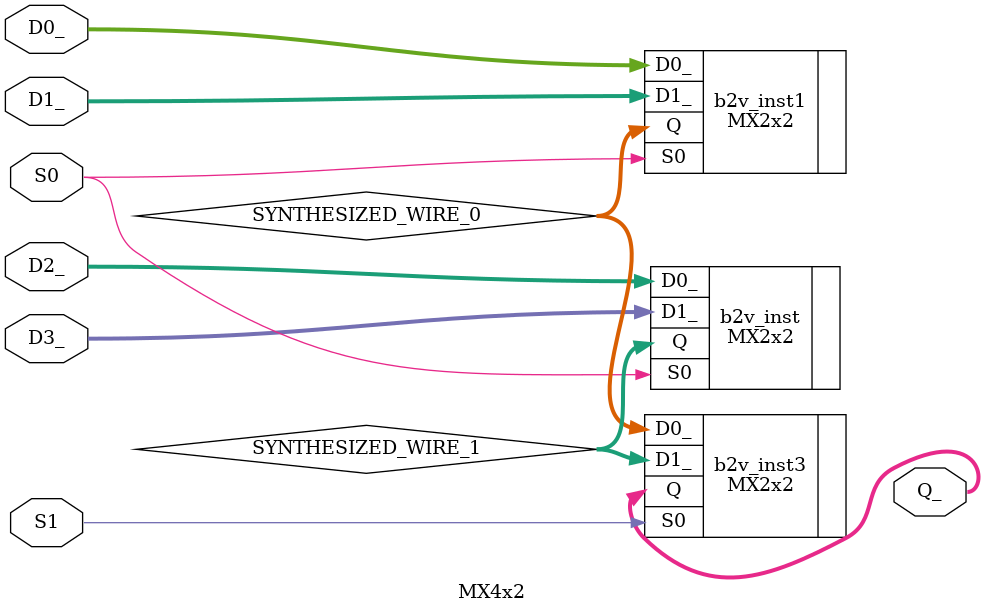
<source format=v>


module MX4x2(
	S1,
	S0,
	D0_,
	D1_,
	D2_,
	D3_,
	Q_
);


input wire	S1;
input wire	S0;
input wire	[1:0] D0_;
input wire	[1:0] D1_;
input wire	[1:0] D2_;
input wire	[1:0] D3_;
output wire	[1:0] Q_;

wire	[1:0] SYNTHESIZED_WIRE_0;
wire	[1:0] SYNTHESIZED_WIRE_1;





MX2x2	b2v_inst(
	.S0(S0),
	.D0_(D2_),
	.D1_(D3_),
	.Q(SYNTHESIZED_WIRE_1));


MX2x2	b2v_inst1(
	.S0(S0),
	.D0_(D0_),
	.D1_(D1_),
	.Q(SYNTHESIZED_WIRE_0));


MX2x2	b2v_inst3(
	.S0(S1),
	.D0_(SYNTHESIZED_WIRE_0),
	.D1_(SYNTHESIZED_WIRE_1),
	.Q(Q_));


endmodule

</source>
